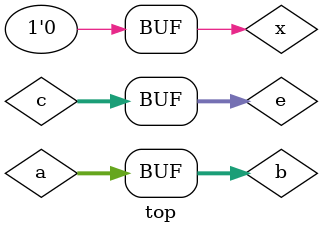
<source format=v>
module top;
    reg [5:0] a;
    wire [5:0] b;
    always @(*) a = b;

    reg x;
    wire [5:0] c;
    wire [5:0] d;
    wire [5:0] e;
    initial x = 0;
    assign c = x ? d : e;
endmodule

</source>
